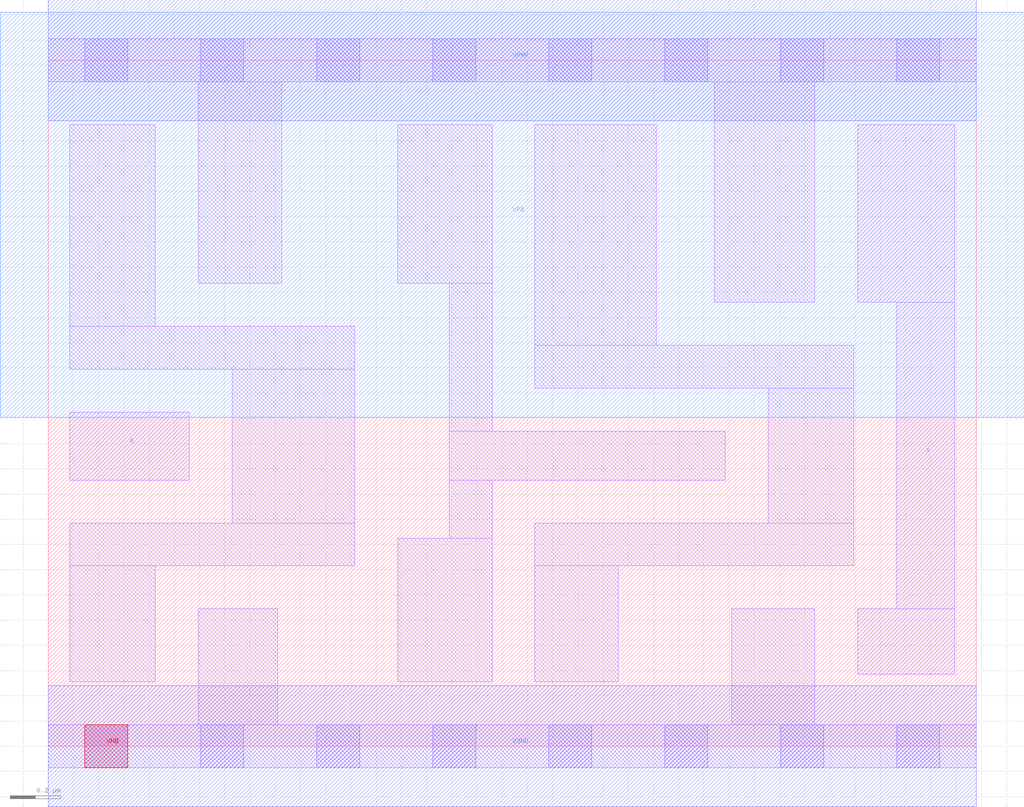
<source format=lef>
# Copyright 2020 The SkyWater PDK Authors
#
# Licensed under the Apache License, Version 2.0 (the "License");
# you may not use this file except in compliance with the License.
# You may obtain a copy of the License at
#
#     https://www.apache.org/licenses/LICENSE-2.0
#
# Unless required by applicable law or agreed to in writing, software
# distributed under the License is distributed on an "AS IS" BASIS,
# WITHOUT WARRANTIES OR CONDITIONS OF ANY KIND, either express or implied.
# See the License for the specific language governing permissions and
# limitations under the License.
#
# SPDX-License-Identifier: Apache-2.0

VERSION 5.7 ;
  NOWIREEXTENSIONATPIN ON ;
  DIVIDERCHAR "/" ;
  BUSBITCHARS "[]" ;
MACRO sky130_fd_sc_hd__clkdlybuf4s15_1
  CLASS CORE ;
  FOREIGN sky130_fd_sc_hd__clkdlybuf4s15_1 ;
  ORIGIN  0.000000  0.000000 ;
  SIZE  3.680000 BY  2.720000 ;
  SYMMETRY X Y R90 ;
  SITE unithd ;
  PIN A
    ANTENNAGATEAREA  0.213000 ;
    DIRECTION INPUT ;
    USE SIGNAL ;
    PORT
      LAYER li1 ;
        RECT 0.085000 1.055000 0.560000 1.325000 ;
    END
  END A
  PIN VNB
    PORT
      LAYER pwell ;
        RECT 0.145000 -0.085000 0.315000 0.085000 ;
    END
  END VNB
  PIN VPB
    PORT
      LAYER nwell ;
        RECT -0.190000 1.305000 3.870000 2.910000 ;
    END
  END VPB
  PIN X
    ANTENNADIFFAREA  0.376300 ;
    DIRECTION OUTPUT ;
    USE SIGNAL ;
    PORT
      LAYER li1 ;
        RECT 3.210000 0.285000 3.595000 0.545000 ;
        RECT 3.210000 1.760000 3.595000 2.465000 ;
        RECT 3.365000 0.545000 3.595000 1.760000 ;
    END
  END X
  PIN VGND
    DIRECTION INOUT ;
    SHAPE ABUTMENT ;
    USE GROUND ;
    PORT
      LAYER met1 ;
        RECT 0.000000 -0.240000 3.680000 0.240000 ;
    END
  END VGND
  PIN VPWR
    DIRECTION INOUT ;
    SHAPE ABUTMENT ;
    USE POWER ;
    PORT
      LAYER met1 ;
        RECT 0.000000 2.480000 3.680000 2.960000 ;
    END
  END VPWR
  OBS
    LAYER li1 ;
      RECT 0.000000 -0.085000 3.680000 0.085000 ;
      RECT 0.000000  2.635000 3.680000 2.805000 ;
      RECT 0.085000  0.255000 0.425000 0.715000 ;
      RECT 0.085000  0.715000 1.215000 0.885000 ;
      RECT 0.085000  1.495000 1.215000 1.665000 ;
      RECT 0.085000  1.665000 0.425000 2.465000 ;
      RECT 0.595000  0.085000 0.910000 0.545000 ;
      RECT 0.595000  1.835000 0.925000 2.635000 ;
      RECT 0.730000  0.885000 1.215000 1.495000 ;
      RECT 1.385000  0.255000 1.760000 0.825000 ;
      RECT 1.385000  1.835000 1.760000 2.465000 ;
      RECT 1.590000  0.825000 1.760000 1.055000 ;
      RECT 1.590000  1.055000 2.685000 1.250000 ;
      RECT 1.590000  1.250000 1.760000 1.835000 ;
      RECT 1.930000  0.255000 2.260000 0.715000 ;
      RECT 1.930000  0.715000 3.195000 0.885000 ;
      RECT 1.930000  1.420000 3.195000 1.590000 ;
      RECT 1.930000  1.590000 2.410000 2.465000 ;
      RECT 2.640000  1.760000 3.040000 2.635000 ;
      RECT 2.710000  0.085000 3.040000 0.545000 ;
      RECT 2.855000  0.885000 3.195000 1.420000 ;
    LAYER mcon ;
      RECT 0.145000 -0.085000 0.315000 0.085000 ;
      RECT 0.145000  2.635000 0.315000 2.805000 ;
      RECT 0.605000 -0.085000 0.775000 0.085000 ;
      RECT 0.605000  2.635000 0.775000 2.805000 ;
      RECT 1.065000 -0.085000 1.235000 0.085000 ;
      RECT 1.065000  2.635000 1.235000 2.805000 ;
      RECT 1.525000 -0.085000 1.695000 0.085000 ;
      RECT 1.525000  2.635000 1.695000 2.805000 ;
      RECT 1.985000 -0.085000 2.155000 0.085000 ;
      RECT 1.985000  2.635000 2.155000 2.805000 ;
      RECT 2.445000 -0.085000 2.615000 0.085000 ;
      RECT 2.445000  2.635000 2.615000 2.805000 ;
      RECT 2.905000 -0.085000 3.075000 0.085000 ;
      RECT 2.905000  2.635000 3.075000 2.805000 ;
      RECT 3.365000 -0.085000 3.535000 0.085000 ;
      RECT 3.365000  2.635000 3.535000 2.805000 ;
  END
END sky130_fd_sc_hd__clkdlybuf4s15_1
END LIBRARY

</source>
